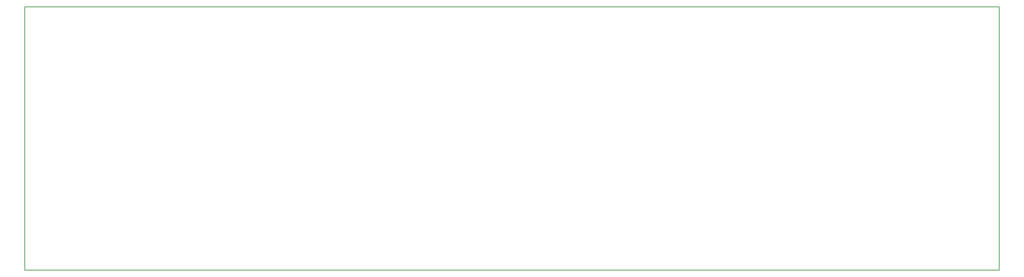
<source format=gbr>
%TF.GenerationSoftware,KiCad,Pcbnew,7.0.10*%
%TF.CreationDate,2024-01-24T20:37:13+01:00*%
%TF.ProjectId,ThePreamp-Analogue,54686550-7265-4616-9d70-2d416e616c6f,rev?*%
%TF.SameCoordinates,Original*%
%TF.FileFunction,Profile,NP*%
%FSLAX46Y46*%
G04 Gerber Fmt 4.6, Leading zero omitted, Abs format (unit mm)*
G04 Created by KiCad (PCBNEW 7.0.10) date 2024-01-24 20:37:13*
%MOMM*%
%LPD*%
G01*
G04 APERTURE LIST*
%TA.AperFunction,Profile*%
%ADD10C,0.150000*%
%TD*%
G04 APERTURE END LIST*
D10*
X0Y0D02*
X240000000Y0D01*
X0Y0D02*
X0Y65000000D01*
X0Y65000000D02*
X240000000Y65000000D01*
X240000000Y65000000D02*
X240000000Y0D01*
M02*

</source>
